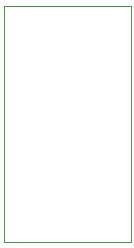
<source format=gbr>
%TF.GenerationSoftware,KiCad,Pcbnew,(5.1.9)-1*%
%TF.CreationDate,2021-12-20T00:37:58+00:00*%
%TF.ProjectId,ICS 43432 mic breakout,49435320-3433-4343-9332-206d69632062,rev?*%
%TF.SameCoordinates,Original*%
%TF.FileFunction,Profile,NP*%
%FSLAX46Y46*%
G04 Gerber Fmt 4.6, Leading zero omitted, Abs format (unit mm)*
G04 Created by KiCad (PCBNEW (5.1.9)-1) date 2021-12-20 00:37:58*
%MOMM*%
%LPD*%
G01*
G04 APERTURE LIST*
%TA.AperFunction,Profile*%
%ADD10C,0.050000*%
%TD*%
G04 APERTURE END LIST*
D10*
X54600000Y-31400000D02*
X43800000Y-31400000D01*
X54600000Y-51400000D02*
X54600000Y-31400000D01*
X43800000Y-51400000D02*
X54600000Y-51400000D01*
X43800000Y-31400000D02*
X43800000Y-51400000D01*
M02*

</source>
